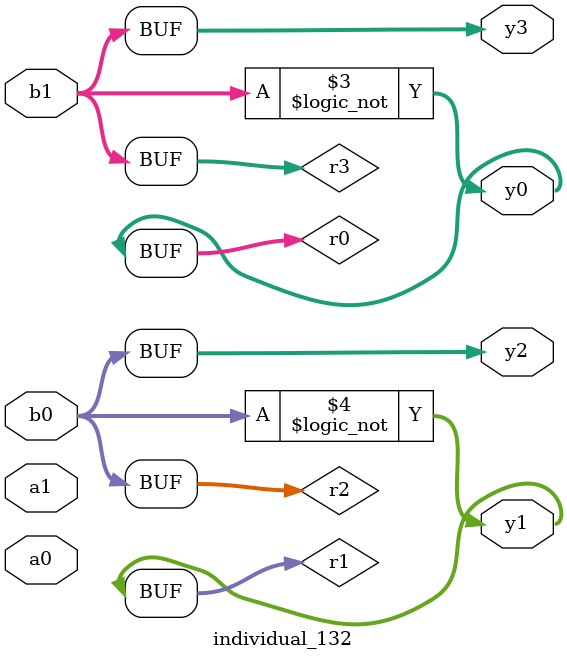
<source format=sv>
module individual_132(input logic [15:0] a1, input logic [15:0] a0, input logic [15:0] b1, input logic [15:0] b0, output logic [15:0] y3, output logic [15:0] y2, output logic [15:0] y1, output logic [15:0] y0);
logic [15:0] r0, r1, r2, r3; 
 always@(*) begin 
	 r0 = a0; r1 = a1; r2 = b0; r3 = b1; 
 	 r1  &=  b0 ;
 	 r0 = ! r3 ;
 	 r1 = ! b0 ;
 	 y3 = r3; y2 = r2; y1 = r1; y0 = r0; 
end
endmodule
</source>
